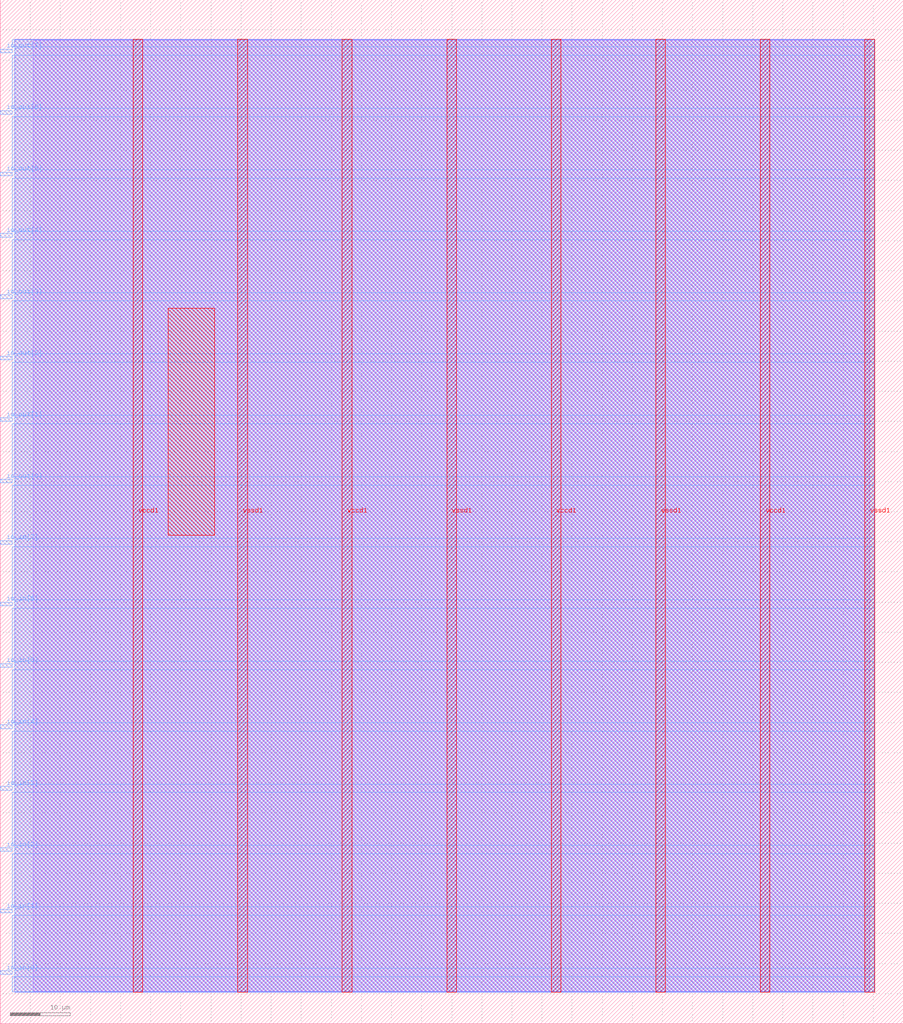
<source format=lef>
VERSION 5.7 ;
  NOWIREEXTENSIONATPIN ON ;
  DIVIDERCHAR "/" ;
  BUSBITCHARS "[]" ;
MACRO luthor2k_top_tto
  CLASS BLOCK ;
  FOREIGN luthor2k_top_tto ;
  ORIGIN 0.000 0.000 ;
  SIZE 150.000 BY 170.000 ;
  PIN io_in[0]
    DIRECTION INPUT ;
    USE SIGNAL ;
    PORT
      LAYER met3 ;
        RECT 0.000 8.200 2.000 8.800 ;
    END
  END io_in[0]
  PIN io_in[1]
    DIRECTION INPUT ;
    USE SIGNAL ;
    PORT
      LAYER met3 ;
        RECT 0.000 18.400 2.000 19.000 ;
    END
  END io_in[1]
  PIN io_in[2]
    DIRECTION INPUT ;
    USE SIGNAL ;
    PORT
      LAYER met3 ;
        RECT 0.000 28.600 2.000 29.200 ;
    END
  END io_in[2]
  PIN io_in[3]
    DIRECTION INPUT ;
    USE SIGNAL ;
    PORT
      LAYER met3 ;
        RECT 0.000 38.800 2.000 39.400 ;
    END
  END io_in[3]
  PIN io_in[4]
    DIRECTION INPUT ;
    USE SIGNAL ;
    PORT
      LAYER met3 ;
        RECT 0.000 49.000 2.000 49.600 ;
    END
  END io_in[4]
  PIN io_in[5]
    DIRECTION INPUT ;
    USE SIGNAL ;
    PORT
      LAYER met3 ;
        RECT 0.000 59.200 2.000 59.800 ;
    END
  END io_in[5]
  PIN io_in[6]
    DIRECTION INPUT ;
    USE SIGNAL ;
    PORT
      LAYER met3 ;
        RECT 0.000 69.400 2.000 70.000 ;
    END
  END io_in[6]
  PIN io_in[7]
    DIRECTION INPUT ;
    USE SIGNAL ;
    PORT
      LAYER met3 ;
        RECT 0.000 79.600 2.000 80.200 ;
    END
  END io_in[7]
  PIN io_out[0]
    DIRECTION OUTPUT TRISTATE ;
    USE SIGNAL ;
    PORT
      LAYER met3 ;
        RECT 0.000 89.800 2.000 90.400 ;
    END
  END io_out[0]
  PIN io_out[1]
    DIRECTION OUTPUT TRISTATE ;
    USE SIGNAL ;
    PORT
      LAYER met3 ;
        RECT 0.000 100.000 2.000 100.600 ;
    END
  END io_out[1]
  PIN io_out[2]
    DIRECTION OUTPUT TRISTATE ;
    USE SIGNAL ;
    PORT
      LAYER met3 ;
        RECT 0.000 110.200 2.000 110.800 ;
    END
  END io_out[2]
  PIN io_out[3]
    DIRECTION OUTPUT TRISTATE ;
    USE SIGNAL ;
    PORT
      LAYER met3 ;
        RECT 0.000 120.400 2.000 121.000 ;
    END
  END io_out[3]
  PIN io_out[4]
    DIRECTION OUTPUT TRISTATE ;
    USE SIGNAL ;
    PORT
      LAYER met3 ;
        RECT 0.000 130.600 2.000 131.200 ;
    END
  END io_out[4]
  PIN io_out[5]
    DIRECTION OUTPUT TRISTATE ;
    USE SIGNAL ;
    PORT
      LAYER met3 ;
        RECT 0.000 140.800 2.000 141.400 ;
    END
  END io_out[5]
  PIN io_out[6]
    DIRECTION OUTPUT TRISTATE ;
    USE SIGNAL ;
    PORT
      LAYER met3 ;
        RECT 0.000 151.000 2.000 151.600 ;
    END
  END io_out[6]
  PIN io_out[7]
    DIRECTION OUTPUT TRISTATE ;
    USE SIGNAL ;
    PORT
      LAYER met3 ;
        RECT 0.000 161.200 2.000 161.800 ;
    END
  END io_out[7]
  PIN vccd1
    DIRECTION INOUT ;
    USE POWER ;
    PORT
      LAYER met4 ;
        RECT 22.085 5.200 23.685 163.440 ;
    END
    PORT
      LAYER met4 ;
        RECT 56.815 5.200 58.415 163.440 ;
    END
    PORT
      LAYER met4 ;
        RECT 91.545 5.200 93.145 163.440 ;
    END
    PORT
      LAYER met4 ;
        RECT 126.275 5.200 127.875 163.440 ;
    END
  END vccd1
  PIN vssd1
    DIRECTION INOUT ;
    USE GROUND ;
    PORT
      LAYER met4 ;
        RECT 39.450 5.200 41.050 163.440 ;
    END
    PORT
      LAYER met4 ;
        RECT 74.180 5.200 75.780 163.440 ;
    END
    PORT
      LAYER met4 ;
        RECT 108.910 5.200 110.510 163.440 ;
    END
    PORT
      LAYER met4 ;
        RECT 143.640 5.200 145.240 163.440 ;
    END
  END vssd1
  OBS
      LAYER li1 ;
        RECT 5.520 5.355 144.440 163.285 ;
      LAYER met1 ;
        RECT 2.370 5.200 145.240 163.440 ;
      LAYER met2 ;
        RECT 2.390 5.255 145.210 163.385 ;
      LAYER met3 ;
        RECT 2.000 162.200 145.230 163.365 ;
        RECT 2.400 160.800 145.230 162.200 ;
        RECT 2.000 152.000 145.230 160.800 ;
        RECT 2.400 150.600 145.230 152.000 ;
        RECT 2.000 141.800 145.230 150.600 ;
        RECT 2.400 140.400 145.230 141.800 ;
        RECT 2.000 131.600 145.230 140.400 ;
        RECT 2.400 130.200 145.230 131.600 ;
        RECT 2.000 121.400 145.230 130.200 ;
        RECT 2.400 120.000 145.230 121.400 ;
        RECT 2.000 111.200 145.230 120.000 ;
        RECT 2.400 109.800 145.230 111.200 ;
        RECT 2.000 101.000 145.230 109.800 ;
        RECT 2.400 99.600 145.230 101.000 ;
        RECT 2.000 90.800 145.230 99.600 ;
        RECT 2.400 89.400 145.230 90.800 ;
        RECT 2.000 80.600 145.230 89.400 ;
        RECT 2.400 79.200 145.230 80.600 ;
        RECT 2.000 70.400 145.230 79.200 ;
        RECT 2.400 69.000 145.230 70.400 ;
        RECT 2.000 60.200 145.230 69.000 ;
        RECT 2.400 58.800 145.230 60.200 ;
        RECT 2.000 50.000 145.230 58.800 ;
        RECT 2.400 48.600 145.230 50.000 ;
        RECT 2.000 39.800 145.230 48.600 ;
        RECT 2.400 38.400 145.230 39.800 ;
        RECT 2.000 29.600 145.230 38.400 ;
        RECT 2.400 28.200 145.230 29.600 ;
        RECT 2.000 19.400 145.230 28.200 ;
        RECT 2.400 18.000 145.230 19.400 ;
        RECT 2.000 9.200 145.230 18.000 ;
        RECT 2.400 7.800 145.230 9.200 ;
        RECT 2.000 5.275 145.230 7.800 ;
      LAYER met4 ;
        RECT 27.895 81.095 35.585 118.825 ;
  END
END luthor2k_top_tto
END LIBRARY


</source>
